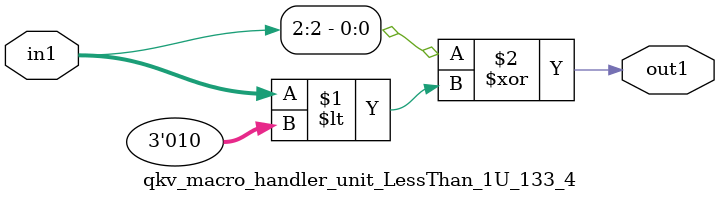
<source format=v>

`timescale 1ps / 1ps


module qkv_macro_handler_unit_LessThan_1U_133_4( in1, out1 );

    input [2:0] in1;
    output out1;

    
    // rtl_process:qkv_macro_handler_unit_LessThan_1U_133_4/qkv_macro_handler_unit_LessThan_1U_133_4_thread_1
    assign out1 = (in1[2] ^ in1 < 3'd2);

endmodule


</source>
